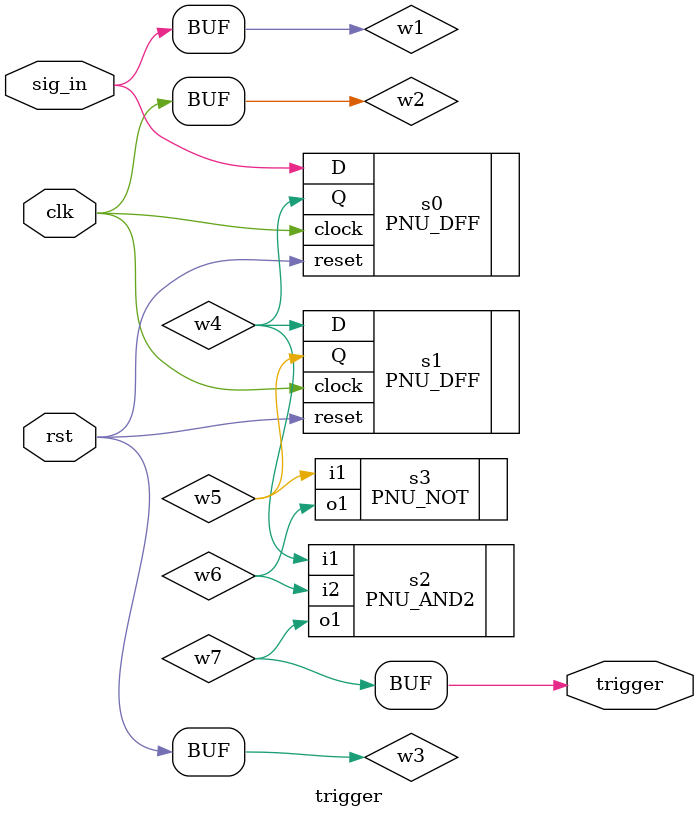
<source format=v>
module trigger(sig_in,trigger,clk,rst);

input sig_in;
output trigger;
input clk;
input rst;

wire  w1;
wire  w2;
wire  w3;
wire  w5;
wire  w4;
wire  w6;
wire  w7;

assign w1 = sig_in;
assign trigger = w7;
assign w2 = clk;
assign w3 = rst;

PNU_DFF
     s0 (
      .D(w1),
      .clock(w2),
      .reset(w3),
      .Q(w4));

PNU_DFF
     s1 (
      .clock(w2),
      .reset(w3),
      .Q(w5),
      .D(w4));

PNU_AND2
     s2 (
      .i1(w4),
      .i2(w6),
      .o1(w7));

PNU_NOT
     s3 (
      .i1(w5),
      .o1(w6));

endmodule


</source>
